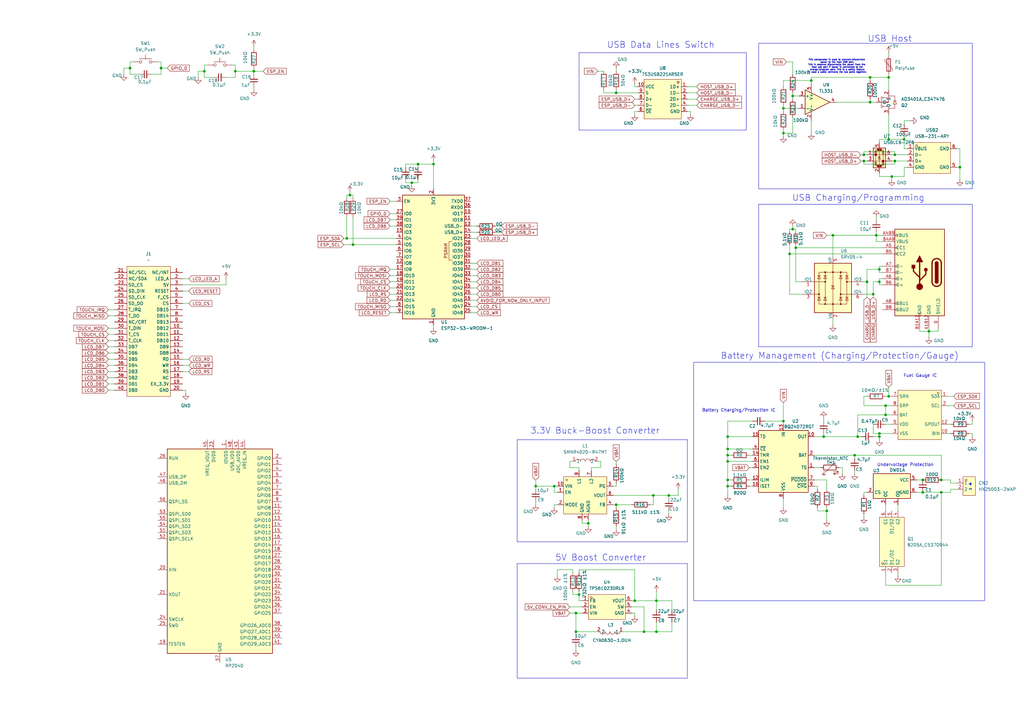
<source format=kicad_sch>
(kicad_sch (version 20250114) (generator "eeschema") (generator_version "9.0")
  (paper "A3")
  (rectangle (start 212.09 180.34) (end 281.94 222.25))
  (rectangle (start 237.49 21.59) (end 306.07 53.34))
  (rectangle (start 212.09 231.14) (end 281.94 278.13))
  (rectangle (start 311.15 17.78) (end 398.78 77.47))
  (rectangle (start 311.15 83.82) (end 398.78 142.24))
  (rectangle (start 284.48 148.59) (end 403.86 246.38))
  (text "Battery Management (Charging/Protection/Gauge)" (at 344.424 146.05 0) (effects (font (size 2.54 2.54))))
  (text "+\n-" (at 398.018 199.644 0) (effects (font (size 1.27 1.27) (thickness 0.3175))))
  (text "5V Boost Converter\n" (at 246.38 228.854 0) (effects (font (size 2.54 2.54))))
  (text "This comparator is used to connect/disconnect \npower to the host USB port.\nThis in essence disconnects the power from the \nhost usb port if power is connected to the\ncharge/program port. This is a safety feature\nin case a cable connects the two ports together.\n" (at 343.408 27.178 0) (effects (font (size 0.635 0.635))))
  (text "3.3V Buck-Boost Converter\n" (at 244.094 176.784 0) (effects (font (size 2.54 2.54))))
  (text "Fuel Gauge IC" (at 377.444 154.178 0) (effects (font (size 1.27 1.27) (thickness 0.1588))))
  (text "USB Data Lines Switch" (at 271.018 18.542 0) (effects (font (size 2.54 2.54))))
  (text "USB Host" (at 364.998 16.002 0) (effects (font (size 2.54 2.54))))
  (text "USB Charging/Programming\n" (at 352.044 81.28 0) (effects (font (size 2.54 2.54))))
  (text "Battery Charging/Protection IC" (at 303.022 168.402 0) (effects (font (size 1.27 1.27) (thickness 0.1588))))
  (text "Undervoltage Protection" (at 371.348 190.754 0) (effects (font (size 1.27 1.27) (thickness 0.1588))))
  (junction (at 378.46 201.93))
  (junction (at 354.33 66.04))
  (junction (at 83.82 29.21))
  (junction (at 363.22 166.37))
  (junction (at 364.49 162.56))
  (junction (at 298.45 196.85))
  (junction (at 364.49 57.15))
  (junction (at 326.39 101.6))
  (junction (at 143.51 80.01))
  (junction (at 356.87 41.91))
  (junction (at 298.45 186.69))
  (junction (at 337.82 179.07))
  (junction (at 104.14 29.21))
  (junction (at 236.22 259.08))
  (junction (at 227.33 199.39))
  (junction (at 241.3 214.63))
  (junction (at 381 135.89))
  (junction (at 267.97 203.2))
  (junction (at 386.08 196.85))
  (junction (at 358.14 120.65))
  (junction (at 325.12 39.37))
  (junction (at 367.03 63.5))
  (junction (at 325.12 93.98))
  (junction (at 219.71 199.39))
  (junction (at 168.91 74.93))
  (junction (at 367.03 66.04))
  (junction (at 321.31 172.72))
  (junction (at 53.34 27.94))
  (junction (at 252.73 38.1))
  (junction (at 237.49 243.84))
  (junction (at 350.52 186.69))
  (junction (at 260.35 246.38))
  (junction (at 171.45 67.31))
  (junction (at 393.7 68.58))
  (junction (at 177.8 67.31))
  (junction (at 236.22 251.46))
  (junction (at 66.04 27.94))
  (junction (at 298.45 184.15))
  (junction (at 252.73 207.01))
  (junction (at 144.78 100.33))
  (junction (at 364.49 31.75))
  (junction (at 386.08 201.93))
  (junction (at 298.45 199.39))
  (junction (at 360.68 115.57))
  (junction (at 298.45 189.23))
  (junction (at 142.24 97.79))
  (junction (at 298.45 179.07))
  (junction (at 96.52 29.21))
  (junction (at 365.76 72.39))
  (junction (at 355.6 115.57))
  (junction (at 321.31 54.61))
  (junction (at 321.31 44.45))
  (junction (at 370.84 57.15))
  (junction (at 354.33 63.5))
  (junction (at 360.68 179.07))
  (junction (at 378.46 196.85))
  (junction (at 332.74 33.02))
  (junction (at 356.87 31.75))
  (junction (at 351.79 179.07))
  (junction (at 341.63 96.52))
  (junction (at 264.16 259.08))
  (junction (at 360.68 177.8))
  (junction (at 269.24 246.38))
  (junction (at 269.24 259.08))
  (junction (at 359.41 96.52))
  (junction (at 363.22 170.18))
  (junction (at 339.09 209.55))
  (junction (at 323.85 104.14))
  (junction (at 274.32 203.2))
  (junction (at 360.68 110.49))
  (wire (pts (xy 260.35 35.56) (xy 260.35 34.29)))
  (wire (pts (xy 228.6 233.68) (xy 234.95 233.68)))
  (wire (pts (xy 370.84 60.96) (xy 372.11 60.96)))
  (wire (pts (xy 359.41 88.9) (xy 359.41 90.17)))
  (wire (pts (xy 367.03 67.31) (xy 367.03 66.04)))
  (wire (pts (xy 386.08 186.69) (xy 386.08 196.85)))
  (wire (pts (xy 389.89 198.12) (xy 389.89 196.85)))
  (wire (pts (xy 355.6 115.57) (xy 355.6 110.49)))
  (wire (pts (xy 361.95 101.6) (xy 326.39 101.6)))
  (wire (pts (xy 234.95 189.23) (xy 233.68 189.23)))
  (wire (pts (xy 307.34 191.77) (xy 308.61 191.77)))
  (wire (pts (xy 246.38 191.77) (xy 242.57 191.77)))
  (wire (pts (xy 375.92 196.85) (xy 378.46 196.85)))
  (wire (pts (xy 386.08 196.85) (xy 389.89 196.85)))
  (wire (pts (xy 64.77 25.4) (xy 66.04 25.4)))
  (wire (pts (xy 325.12 54.61) (xy 321.31 54.61)))
  (wire (pts (xy 251.46 203.2) (xy 267.97 203.2)))
  (wire (pts (xy 313.69 172.72) (xy 321.31 172.72)))
  (wire (pts (xy 364.49 31.75) (xy 364.49 36.83)))
  (wire (pts (xy 177.8 133.35) (xy 177.8 134.62)))
  (wire (pts (xy 377.19 135.89) (xy 377.19 134.62)))
  (wire (pts (xy 219.71 199.39) (xy 219.71 200.66)))
  (wire (pts (xy 359.41 96.52) (xy 361.95 96.52)))
  (wire (pts (xy 341.63 133.35) (xy 341.63 130.81)))
  (wire (pts (xy 392.43 68.58) (xy 393.7 68.58)))
  (wire (pts (xy 275.59 259.08) (xy 269.24 259.08)))
  (wire (pts (xy 334.01 199.39) (xy 335.28 199.39)))
  (wire (pts (xy 350.52 186.69) (xy 350.52 187.96)))
  (wire (pts (xy 392.43 60.96) (xy 393.7 60.96)))
  (wire (pts (xy 96.52 26.67) (xy 96.52 29.21)))
  (wire (pts (xy 260.35 45.72) (xy 260.35 46.99)))
  (wire (pts (xy 381 135.89) (xy 381 138.43)))
  (wire (pts (xy 355.6 110.49) (xy 360.68 110.49)))
  (wire (pts (xy 341.63 96.52) (xy 341.63 105.41)))
  (wire (pts (xy 234.95 234.95) (xy 234.95 233.68)))
  (wire (pts (xy 57.15 30.48) (xy 53.34 30.48)))
  (wire (pts (xy 44.45 142.24) (xy 46.99 142.24)))
  (wire (pts (xy 350.52 193.04) (xy 350.52 194.31)))
  (wire (pts (xy 389.89 173.99) (xy 388.62 173.99)))
  (wire (pts (xy 360.68 71.12) (xy 360.68 72.39)))
  (wire (pts (xy 142.24 80.01) (xy 143.51 80.01)))
  (wire (pts (xy 142.24 97.79) (xy 162.56 97.79)))
  (wire (pts (xy 298.45 196.85) (xy 299.72 196.85)))
  (wire (pts (xy 354.33 210.82) (xy 354.33 212.09)))
  (wire (pts (xy 367.03 63.5) (xy 372.11 63.5)))
  (wire (pts (xy 337.82 179.07) (xy 351.79 179.07)))
  (wire (pts (xy 359.41 99.06) (xy 359.41 96.52)))
  (wire (pts (xy 339.09 196.85) (xy 339.09 200.66)))
  (wire (pts (xy 325.12 39.37) (xy 327.66 39.37)))
  (wire (pts (xy 228.6 201.93) (xy 227.33 201.93)))
  (wire (pts (xy 193.04 110.49) (xy 195.58 110.49)))
  (wire (pts (xy 140.97 100.33) (xy 144.78 100.33)))
  (wire (pts (xy 363.22 207.01) (xy 363.22 209.55)))
  (wire (pts (xy 339.09 96.52) (xy 341.63 96.52)))
  (wire (pts (xy 233.68 189.23) (xy 233.68 191.77)))
  (wire (pts (xy 44.45 152.4) (xy 46.99 152.4)))
  (wire (pts (xy 325.12 39.37) (xy 325.12 40.64)))
  (wire (pts (xy 44.45 139.7) (xy 46.99 139.7)))
  (wire (pts (xy 252.73 199.39) (xy 251.46 199.39)))
  (wire (pts (xy 104.14 35.56) (xy 104.14 36.83)))
  (wire (pts (xy 81.28 31.75) (xy 81.28 29.21)))
  (wire (pts (xy 365.76 72.39) (xy 370.84 72.39)))
  (wire (pts (xy 365.76 66.04) (xy 367.03 66.04)))
  (wire (pts (xy 308.61 172.72) (xy 298.45 172.72)))
  (wire (pts (xy 104.14 29.21) (xy 107.95 29.21)))
  (wire (pts (xy 260.35 40.64) (xy 261.62 40.64)))
  (wire (pts (xy 193.04 92.71) (xy 195.58 92.71)))
  (wire (pts (xy 344.17 191.77) (xy 345.44 191.77)))
  (wire (pts (xy 354.33 201.93) (xy 355.6 201.93)))
  (wire (pts (xy 44.45 154.94) (xy 46.99 154.94)))
  (wire (pts (xy 298.45 179.07) (xy 308.61 179.07)))
  (wire (pts (xy 160.02 87.63) (xy 162.56 87.63)))
  (wire (pts (xy 355.6 162.56) (xy 354.33 162.56)))
  (wire (pts (xy 236.22 259.08) (xy 245.11 259.08)))
  (wire (pts (xy 104.14 27.94) (xy 104.14 29.21)))
  (wire (pts (xy 360.68 110.49) (xy 360.68 111.76)))
  (wire (pts (xy 365.76 170.18) (xy 363.22 170.18)))
  (wire (pts (xy 332.74 33.02) (xy 332.74 34.29)))
  (wire (pts (xy 219.71 199.39) (xy 227.33 199.39)))
  (wire (pts (xy 171.45 73.66) (xy 171.45 74.93)))
  (wire (pts (xy 160.02 113.03) (xy 162.56 113.03)))
  (wire (pts (xy 364.49 30.48) (xy 364.49 31.75)))
  (wire (pts (xy 74.93 149.86) (xy 77.47 149.86)))
  (wire (pts (xy 326.39 95.25) (xy 326.39 93.98)))
  (wire (pts (xy 160.02 90.17) (xy 162.56 90.17)))
  (wire (pts (xy 227.33 207.01) (xy 227.33 208.28)))
  (wire (pts (xy 360.68 115.57) (xy 360.68 116.84)))
  (wire (pts (xy 381 135.89) (xy 377.19 135.89)))
  (wire (pts (xy 160.02 82.55) (xy 162.56 82.55)))
  (wire (pts (xy 358.14 115.57) (xy 360.68 115.57)))
  (wire (pts (xy 370.84 55.88) (xy 370.84 57.15)))
  (wire (pts (xy 354.33 66.04) (xy 355.6 66.04)))
  (wire (pts (xy 281.94 38.1) (xy 285.75 38.1)))
  (wire (pts (xy 252.73 198.12) (xy 252.73 199.39)))
  (wire (pts (xy 269.24 250.19) (xy 269.24 246.38)))
  (wire (pts (xy 76.2 160.02) (xy 76.2 161.29)))
  (wire (pts (xy 365.76 162.56) (xy 364.49 162.56)))
  (wire (pts (xy 398.78 172.72) (xy 398.78 173.99)))
  (wire (pts (xy 144.78 88.9) (xy 144.78 100.33)))
  (wire (pts (xy 274.32 209.55) (xy 274.32 210.82)))
  (wire (pts (xy 298.45 172.72) (xy 298.45 179.07)))
  (wire (pts (xy 74.93 152.4) (xy 77.47 152.4)))
  (wire (pts (xy 323.85 100.33) (xy 323.85 104.14)))
  (wire (pts (xy 298.45 186.69) (xy 298.45 189.23)))
  (wire (pts (xy 370.84 68.58) (xy 372.11 68.58)))
  (wire (pts (xy 360.68 179.07) (xy 360.68 177.8)))
  (wire (pts (xy 360.68 58.42) (xy 360.68 57.15)))
  (wire (pts (xy 92.71 116.84) (xy 92.71 114.3)))
  (wire (pts (xy 360.68 116.84) (xy 361.95 116.84)))
  (wire (pts (xy 236.22 265.43) (xy 236.22 266.7)))
  (wire (pts (xy 323.85 120.65) (xy 323.85 104.14)))
  (wire (pts (xy 298.45 184.15) (xy 298.45 186.69)))
  (wire (pts (xy 321.31 55.88) (xy 321.31 54.61)))
  (wire (pts (xy 353.06 63.5) (xy 354.33 63.5)))
  (wire (pts (xy 264.16 248.92) (xy 264.16 259.08)))
  (wire (pts (xy 307.34 196.85) (xy 308.61 196.85)))
  (wire (pts (xy 325.12 93.98) (xy 325.12 92.71)))
  (wire (pts (xy 335.28 209.55) (xy 339.09 209.55)))
  (wire (pts (xy 298.45 189.23) (xy 298.45 196.85)))
  (wire (pts (xy 252.73 27.94) (xy 252.73 29.21)))
  (wire (pts (xy 345.44 191.77) (xy 345.44 194.31)))
  (wire (pts (xy 355.6 115.57) (xy 355.6 121.92)))
  (wire (pts (xy 237.49 243.84) (xy 237.49 246.38)))
  (wire (pts (xy 193.04 107.95) (xy 195.58 107.95)))
  (wire (pts (xy 44.45 149.86) (xy 46.99 149.86)))
  (wire (pts (xy 275.59 255.27) (xy 275.59 259.08)))
  (wire (pts (xy 358.14 120.65) (xy 358.14 121.92)))
  (wire (pts (xy 261.62 35.56) (xy 260.35 35.56)))
  (wire (pts (xy 363.22 166.37) (xy 363.22 170.18)))
  (wire (pts (xy 228.6 236.22) (xy 228.6 233.68)))
  (wire (pts (xy 269.24 242.57) (xy 269.24 246.38)))
  (wire (pts (xy 228.6 207.01) (xy 227.33 207.01)))
  (wire (pts (xy 227.33 201.93) (xy 227.33 199.39)))
  (wire (pts (xy 321.31 44.45) (xy 327.66 44.45)))
  (wire (pts (xy 203.2 95.25) (xy 205.74 95.25)))
  (wire (pts (xy 83.82 26.67) (xy 85.09 26.67)))
  (wire (pts (xy 74.93 116.84) (xy 92.71 116.84)))
  (wire (pts (xy 246.38 189.23) (xy 246.38 191.77)))
  (wire (pts (xy 144.78 80.01) (xy 143.51 80.01)))
  (wire (pts (xy 389.89 201.93) (xy 386.08 201.93)))
  (wire (pts (xy 193.04 128.27) (xy 195.58 128.27)))
  (wire (pts (xy 266.7 207.01) (xy 267.97 207.01)))
  (wire (pts (xy 365.76 63.5) (xy 367.03 63.5)))
  (wire (pts (xy 66.04 25.4) (xy 66.04 27.94)))
  (wire (pts (xy 334.01 186.69) (xy 350.52 186.69)))
  (wire (pts (xy 354.33 166.37) (xy 354.33 162.56)))
  (wire (pts (xy 166.37 73.66) (xy 166.37 74.93)))
  (wire (pts (xy 337.82 171.45) (xy 337.82 172.72)))
  (wire (pts (xy 260.35 246.38) (xy 269.24 246.38)))
  (wire (pts (xy 259.08 248.92) (xy 264.16 248.92)))
  (wire (pts (xy 50.8 27.94) (xy 53.34 27.94)))
  (wire (pts (xy 242.57 191.77) (xy 242.57 193.04)))
  (wire (pts (xy 252.73 189.23) (xy 252.73 190.5)))
  (wire (pts (xy 360.68 177.8) (xy 358.14 177.8)))
  (wire (pts (xy 356.87 31.75) (xy 356.87 33.02)))
  (wire (pts (xy 278.13 203.2) (xy 278.13 200.66)))
  (wire (pts (xy 283.21 45.72) (xy 283.21 46.99)))
  (wire (pts (xy 323.85 95.25) (xy 323.85 93.98)))
  (wire (pts (xy 74.93 160.02) (xy 76.2 160.02)))
  (wire (pts (xy 50.8 30.48) (xy 50.8 27.94)))
  (wire (pts (xy 332.74 31.75) (xy 356.87 31.75)))
  (wire (pts (xy 337.82 177.8) (xy 337.82 179.07)))
  (wire (pts (xy 160.02 125.73) (xy 162.56 125.73)))
  (wire (pts (xy 339.09 208.28) (xy 339.09 209.55)))
  (wire (pts (xy 321.31 53.34) (xy 321.31 54.61)))
  (wire (pts (xy 160.02 128.27) (xy 162.56 128.27)))
  (wire (pts (xy 219.71 196.85) (xy 219.71 199.39)))
  (wire (pts (xy 87.63 31.75) (xy 83.82 31.75)))
  (wire (pts (xy 334.01 179.07) (xy 337.82 179.07)))
  (wire (pts (xy 233.68 251.46) (xy 236.22 251.46)))
  (wire (pts (xy 360.68 111.76) (xy 361.95 111.76)))
  (wire (pts (xy 168.91 74.93) (xy 168.91 76.2)))
  (wire (pts (xy 96.52 31.75) (xy 92.71 31.75)))
  (wire (pts (xy 363.22 240.03) (xy 386.08 240.03)))
  (wire (pts (xy 373.38 49.53) (xy 370.84 49.53)))
  (wire (pts (xy 274.32 203.2) (xy 274.32 204.47)))
  (wire (pts (xy 143.51 80.01) (xy 143.51 78.74)))
  (wire (pts (xy 298.45 199.39) (xy 298.45 203.2)))
  (wire (pts (xy 354.33 67.31) (xy 367.03 67.31)))
  (wire (pts (xy 298.45 184.15) (xy 308.61 184.15)))
  (wire (pts (xy 321.31 35.56) (xy 321.31 33.02)))
  (wire (pts (xy 261.62 45.72) (xy 260.35 45.72)))
  (wire (pts (xy 325.12 25.4) (xy 325.12 30.48)))
  (wire (pts (xy 363.22 166.37) (xy 354.33 166.37)))
  (wire (pts (xy 267.97 207.01) (xy 267.97 203.2)))
  (wire (pts (xy 367.03 66.04) (xy 372.11 66.04)))
  (wire (pts (xy 392.43 198.12) (xy 389.89 198.12)))
  (wire (pts (xy 323.85 93.98) (xy 325.12 93.98)))
  (wire (pts (xy 171.45 67.31) (xy 177.8 67.31)))
  (wire (pts (xy 252.73 38.1) (xy 252.73 36.83)))
  (wire (pts (xy 364.49 21.59) (xy 364.49 22.86)))
  (wire (pts (xy 44.45 157.48) (xy 46.99 157.48)))
  (wire (pts (xy 260.35 233.68) (xy 237.49 233.68)))
  (wire (pts (xy 358.14 179.07) (xy 360.68 179.07)))
  (wire (pts (xy 166.37 67.31) (xy 171.45 67.31)))
  (wire (pts (xy 360.68 57.15) (xy 364.49 57.15)))
  (wire (pts (xy 193.04 95.25) (xy 195.58 95.25)))
  (wire (pts (xy 356.87 41.91) (xy 359.41 41.91)))
  (wire (pts (xy 321.31 172.72) (xy 321.31 173.99)))
  (wire (pts (xy 233.68 248.92) (xy 238.76 248.92)))
  (wire (pts (xy 53.34 30.48) (xy 53.34 27.94)))
  (wire (pts (xy 339.09 209.55) (xy 339.09 213.36)))
  (wire (pts (xy 278.13 203.2) (xy 274.32 203.2)))
  (wire (pts (xy 323.85 104.14) (xy 361.95 104.14)))
  (wire (pts (xy 365.76 72.39) (xy 365.76 73.66)))
  (wire (pts (xy 321.31 44.45) (xy 321.31 45.72)))
  (wire (pts (xy 171.45 67.31) (xy 171.45 68.58)))
  (wire (pts (xy 354.33 115.57) (xy 355.6 115.57)))
  (wire (pts (xy 342.9 41.91) (xy 356.87 41.91)))
  (wire (pts (xy 252.73 207.01) (xy 252.73 208.28)))
  (wire (pts (xy 321.31 33.02) (xy 332.74 33.02)))
  (wire (pts (xy 354.33 63.5) (xy 355.6 63.5)))
  (wire (pts (xy 326.39 93.98) (xy 325.12 93.98)))
  (wire (pts (xy 193.04 115.57) (xy 195.58 115.57)))
  (wire (pts (xy 386.08 240.03) (xy 386.08 201.93)))
  (wire (pts (xy 334.01 191.77) (xy 336.55 191.77)))
  (wire (pts (xy 264.16 259.08) (xy 255.27 259.08)))
  (wire (pts (xy 274.32 203.2) (xy 267.97 203.2)))
  (wire (pts (xy 332.74 49.53) (xy 332.74 54.61)))
  (wire (pts (xy 391.16 166.37) (xy 388.62 166.37)))
  (wire (pts (xy 341.63 96.52) (xy 359.41 96.52)))
  (wire (pts (xy 144.78 100.33) (xy 162.56 100.33)))
  (wire (pts (xy 361.95 99.06) (xy 359.41 99.06)))
  (wire (pts (xy 44.45 144.78) (xy 46.99 144.78)))
  (wire (pts (xy 356.87 40.64) (xy 356.87 41.91)))
  (wire (pts (xy 193.04 118.11) (xy 195.58 118.11)))
  (wire (pts (xy 83.82 29.21) (xy 83.82 26.67)))
  (wire (pts (xy 66.04 27.94) (xy 68.58 27.94)))
  (wire (pts (xy 234.95 242.57) (xy 234.95 243.84)))
  (wire (pts (xy 321.31 43.18) (xy 321.31 44.45)))
  (wire (pts (xy 298.45 189.23) (xy 308.61 189.23)))
  (wire (pts (xy 322.58 25.4) (xy 325.12 25.4)))
  (wire (pts (xy 44.45 129.54) (xy 46.99 129.54)))
  (wire (pts (xy 358.14 177.8) (xy 358.14 173.99)))
  (wire (pts (xy 365.76 177.8) (xy 360.68 177.8)))
  (wire (pts (xy 298.45 179.07) (xy 298.45 184.15)))
  (wire (pts (xy 160.02 123.19) (xy 162.56 123.19)))
  (wire (pts (xy 367.03 62.23) (xy 367.03 63.5)))
  (wire (pts (xy 269.24 246.38) (xy 275.59 246.38)))
  (wire (pts (xy 370.84 57.15) (xy 370.84 60.96)))
  (wire (pts (xy 269.24 255.27) (xy 269.24 259.08)))
  (wire (pts (xy 332.74 33.02) (xy 332.74 31.75)))
  (wire (pts (xy 236.22 251.46) (xy 238.76 251.46)))
  (wire (pts (xy 193.04 120.65) (xy 195.58 120.65)))
  (wire (pts (xy 96.52 29.21) (xy 96.52 31.75)))
  (wire (pts (xy 160.02 92.71) (xy 162.56 92.71)))
  (wire (pts (xy 307.34 199.39) (xy 308.61 199.39)))
  (wire (pts (xy 398.78 177.8) (xy 398.78 179.07)))
  (wire (pts (xy 177.8 66.04) (xy 177.8 67.31)))
  (wire (pts (xy 81.28 29.21) (xy 83.82 29.21)))
  (wire (pts (xy 351.79 179.07) (xy 351.79 170.18)))
  (wire (pts (xy 53.34 27.94) (xy 53.34 25.4)))
  (wire (pts (xy 142.24 88.9) (xy 142.24 97.79)))
  (wire (pts (xy 354.33 120.65) (xy 358.14 120.65)))
  (wire (pts (xy 252.73 215.9) (xy 252.73 217.17)))
  (wire (pts (xy 356.87 31.75) (xy 364.49 31.75)))
  (wire (pts (xy 298.45 199.39) (xy 299.72 199.39)))
  (wire (pts (xy 168.91 74.93) (xy 171.45 74.93)))
  (wire (pts (xy 241.3 214.63) (xy 238.76 214.63)))
  (wire (pts (xy 234.95 243.84) (xy 237.49 243.84)))
  (wire (pts (xy 328.93 120.65) (xy 323.85 120.65)))
  (wire (pts (xy 53.34 25.4) (xy 54.61 25.4)))
  (wire (pts (xy 83.82 31.75) (xy 83.82 29.21)))
  (wire (pts (xy 160.02 115.57) (xy 162.56 115.57)))
  (wire (pts (xy 364.49 162.56) (xy 363.22 162.56)))
  (wire (pts (xy 360.68 109.22) (xy 360.68 110.49)))
  (wire (pts (xy 325.12 48.26) (xy 325.12 54.61)))
  (wire (pts (xy 74.93 147.32) (xy 77.47 147.32)))
  (wire (pts (xy 389.89 177.8) (xy 388.62 177.8)))
  (wire (pts (xy 238.76 213.36) (xy 238.76 214.63)))
  (wire (pts (xy 335.28 208.28) (xy 335.28 209.55)))
  (wire (pts (xy 74.93 119.38) (xy 77.47 119.38)))
  (wire (pts (xy 238.76 246.38) (xy 237.49 246.38)))
  (wire (pts (xy 166.37 74.93) (xy 168.91 74.93)))
  (wire (pts (xy 321.31 165.1) (xy 321.31 172.72)))
  (wire (pts (xy 370.84 72.39) (xy 370.84 68.58)))
  (wire (pts (xy 354.33 201.93) (xy 354.33 203.2)))
  (wire (pts (xy 392.43 200.66) (xy 389.89 200.66)))
  (wire (pts (xy 358.14 115.57) (xy 358.14 120.65)))
  (wire (pts (xy 260.35 233.68) (xy 260.35 246.38)))
  (wire (pts (xy 281.94 40.64) (xy 285.75 40.64)))
  (wire (pts (xy 236.22 251.46) (xy 236.22 259.08)))
  (wire (pts (xy 233.68 191.77) (xy 237.49 191.77)))
  (wire (pts (xy 334.01 196.85) (xy 339.09 196.85)))
  (wire (pts (xy 236.22 259.08) (xy 236.22 260.35)))
  (wire (pts (xy 281.94 45.72) (xy 283.21 45.72)))
  (wire (pts (xy 160.02 118.11) (xy 162.56 118.11)))
  (wire (pts (xy 237.49 233.68) (xy 237.49 234.95)))
  (wire (pts (xy 364.49 46.99) (xy 364.49 57.15)))
  (wire (pts (xy 326.39 115.57) (xy 326.39 101.6)))
  (wire (pts (xy 140.97 97.79) (xy 142.24 97.79)))
  (wire (pts (xy 359.41 95.25) (xy 359.41 96.52)))
  (wire (pts (xy 241.3 213.36) (xy 241.3 214.63)))
  (wire (pts (xy 193.04 113.03) (xy 195.58 113.03)))
  (wire (pts (xy 378.46 201.93) (xy 386.08 201.93)))
  (wire (pts (xy 368.3 207.01) (xy 368.3 209.55)))
  (wire (pts (xy 360.68 114.3) (xy 360.68 115.57)))
  (wire (pts (xy 160.02 110.49) (xy 162.56 110.49)))
  (wire (pts (xy 326.39 100.33) (xy 326.39 101.6)))
  (wire (pts (xy 363.22 240.03) (xy 363.22 234.95)))
  (wire (pts (xy 203.2 92.71) (xy 205.74 92.71)))
  (wire (pts (xy 44.45 137.16) (xy 46.99 137.16)))
  (wire (pts (xy 219.71 205.74) (xy 219.71 207.01)))
  (wire (pts (xy 354.33 63.5) (xy 354.33 62.23)))
  (wire (pts (xy 281.94 43.18) (xy 285.75 43.18)))
  (wire (pts (xy 360.68 180.34) (xy 360.68 179.07)))
  (wire (pts (xy 384.81 135.89) (xy 384.81 134.62)))
  (wire (pts (xy 393.7 60.96) (xy 393.7 68.58)))
  (wire (pts (xy 353.06 66.04) (xy 354.33 66.04)))
  (wire (pts (xy 298.45 196.85) (xy 298.45 199.39)))
  (wire (pts (xy 142.24 81.28) (xy 142.24 80.01)))
  (wire (pts (xy 193.04 125.73) (xy 195.58 125.73)))
  (wire (pts (xy 95.25 26.67) (xy 96.52 26.67)))
  (wire (pts (xy 354.33 66.04) (xy 354.33 67.31)))
  (wire (pts (xy 74.93 124.46) (xy 77.47 124.46)))
  (wire (pts (xy 368.3 234.95) (xy 368.3 236.22)))
  (wire (pts (xy 247.65 36.83) (xy 247.65 38.1)))
  (wire (pts (xy 44.45 160.02) (xy 46.99 160.02)))
  (wire (pts (xy 321.31 204.47) (xy 321.31 208.28)))
  (wire (pts (xy 381 135.89) (xy 384.81 135.89)))
  (wire (pts (xy 237.49 191.77) (xy 237.49 193.04)))
  (wire (pts (xy 381 135.89) (xy 381 134.62)))
  (wire (pts (xy 177.8 67.31) (xy 177.8 77.47)))
  (wire (pts (xy 259.08 246.38) (xy 260.35 246.38)))
  (wire (pts (xy 237.49 243.84) (xy 237.49 242.57)))
  (wire (pts (xy 160.02 120.65) (xy 162.56 120.65)))
  (wire (pts (xy 44.45 134.62) (xy 46.99 134.62)))
  (wire (pts (xy 364.49 158.75) (xy 364.49 162.56)))
  (wire (pts (xy 281.94 35.56) (xy 285.75 35.56)))
  (wire (pts (xy 325.12 38.1) (xy 325.12 39.37)))
  (wire (pts (xy 241.3 215.9) (xy 241.3 214.63)))
  (wire (pts (xy 360.68 72.39) (xy 365.76 72.39)))
  (wire (pts (xy 166.37 68.58) (xy 166.37 67.31)))
  (wire (pts (xy 353.06 179.07) (xy 351.79 179.07)))
  (wire (pts (xy 275.59 250.19) (xy 275.59 246.38)))
  (wire (pts (xy 389.89 200.66) (xy 389.89 201.93)))
  (wire (pts (xy 391.16 162.56) (xy 388.62 162.56)))
  (wire (pts (xy 104.14 29.21) (xy 104.14 30.48)))
  (wire (pts (xy 144.78 80.01) (xy 144.78 81.28)))
  (wire (pts (xy 264.16 259.08) (xy 269.24 259.08)))
  (wire (pts (xy 351.79 170.18) (xy 363.22 170.18)))
  (wire (pts (xy 104.14 19.05) (xy 104.14 20.32)))
  (wire (pts (xy 44.45 127) (xy 46.99 127)))
  (wire (pts (xy 335.28 199.39) (xy 335.28 200.66)))
  (wire (pts (xy 298.45 186.69) (xy 299.72 186.69)))
  (wire (pts (xy 365.76 166.37) (xy 363.22 166.37)))
  (wire (pts (xy 193.04 97.79) (xy 195.58 97.79)))
  (wire (pts (xy 370.84 49.53) (xy 370.84 50.8)))
  (wire (pts (xy 193.04 123.19) (xy 195.58 123.19)))
  (wire (pts (xy 247.65 38.1) (xy 252.73 38.1)))
  (wire (pts (xy 251.46 207.01) (xy 252.73 207.01)))
  (wire (pts (xy 252.73 38.1) (xy 261.62 38.1)))
  (wire (pts (xy 245.11 29.21) (xy 247.65 29.21)))
  (wire (pts (xy 364.49 57.15) (xy 370.84 57.15)))
  (wire (pts (xy 350.52 186.69) (xy 386.08 186.69)))
  (wire (pts (xy 354.33 62.23) (xy 367.03 62.23)))
  (wire (pts (xy 365.76 173.99) (xy 363.22 173.99)))
  (wire (pts (xy 245.11 189.23) (xy 246.38 189.23)))
  (wire (pts (xy 307.34 186.69) (xy 308.61 186.69)))
  (wire (pts (xy 375.92 201.93) (xy 378.46 201.93)))
  (wire (pts (xy 66.04 27.94) (xy 66.04 30.48)))
  (wire (pts (xy 393.7 68.58) (xy 393.7 73.66)))
  (wire (pts (xy 227.33 199.39) (xy 228.6 199.39)))
  (wire (pts (xy 252.73 207.01) (xy 259.08 207.01)))
  (wire (pts (xy 398.78 173.99) (xy 397.51 173.99)))
  (wire (pts (xy 96.52 29.21) (xy 104.14 29.21)))
  (wire (pts (xy 260.35 251.46) (xy 260.35 252.73)))
  (wire (pts (xy 361.95 109.22) (xy 360.68 109.22)))
  (wire (pts (xy 397.51 177.8) (xy 398.78 177.8)))
  (wire (pts (xy 44.45 147.32) (xy 46.99 147.32)))
  (wire (pts (xy 74.93 114.3) (xy 77.47 114.3)))
  (wire (pts (xy 259.08 251.46) (xy 260.35 251.46)))
  (wire (pts (xy 361.95 114.3) (xy 360.68 114.3)))
  (wire (pts (xy 66.04 30.48) (xy 62.23 30.48)))
  (wire (pts (xy 328.93 115.57) (xy 326.39 115.57)))
  (wire (pts (xy 260.35 43.18) (xy 261.62 43.18)))
  (global_label "LCD_CS" (shape input) (at 195.58 125.73 0) (property "Intersheetrefs" "${INTERSHEET_REFS}" (effects (hide yes))))
  (global_label "LCD_DB3" (shape input) (at 44.45 152.4 180) (property "Intersheetrefs" "${INTERSHEET_REFS}" (effects (hide yes))))
  (global_label "TOUCH_MOSI" (shape input) (at 160.02 113.03 180) (property "Intersheetrefs" "${INTERSHEET_REFS}" (effects (hide yes))))
  (global_label "LCD_DB1" (shape input) (at 195.58 107.95 0) (property "Intersheetrefs" "${INTERSHEET_REFS}" (effects (hide yes))))
  (global_label "LCD_DB0" (shape input) (at 44.45 160.02 180) (property "Intersheetrefs" "${INTERSHEET_REFS}" (effects (hide yes))))
  (global_label "LCD_DB5" (shape input) (at 195.58 118.11 0) (property "Intersheetrefs" "${INTERSHEET_REFS}" (effects (hide yes))))
  (global_label "TOUCH_CLK" (shape input) (at 160.02 118.11 180) (property "Intersheetrefs" "${INTERSHEET_REFS}" (effects (hide yes))))
  (global_label "ESP_SCL" (shape input) (at 140.97 100.33 180) (property "Intersheetrefs" "${INTERSHEET_REFS}" (effects (hide yes))))
  (global_label "GPIO_0" (shape input) (at 68.58 27.94 0) (property "Intersheetrefs" "${INTERSHEET_REFS}" (effects (hide yes))))
  (global_label "LCD_DB5" (shape input) (at 44.45 147.32 180) (property "Intersheetrefs" "${INTERSHEET_REFS}" (effects (hide yes))))
  (global_label "LCD_DB0" (shape input) (at 195.58 120.65 0) (property "Intersheetrefs" "${INTERSHEET_REFS}" (effects (hide yes))))
  (global_label "LCD_RS" (shape input) (at 160.02 120.65 180) (property "Intersheetrefs" "${INTERSHEET_REFS}" (effects (hide yes))))
  (global_label "TOUCH_IRQ" (shape input) (at 160.02 110.49 180) (property "Intersheetrefs" "${INTERSHEET_REFS}" (effects (hide yes))))
  (global_label "CHARGE_USB_D+" (shape input) (at 285.75 40.64 0) (property "Intersheetrefs" "${INTERSHEET_REFS}" (effects (hide yes))))
  (global_label "AVOID_FOR_NOW_ONLY_INPUT" (shape input) (at 195.58 123.19 0) (property "Intersheetrefs" "${INTERSHEET_REFS}" (effects (hide yes))))
  (global_label "LCD_RS" (shape input) (at 77.47 152.4 0) (property "Intersheetrefs" "${INTERSHEET_REFS}" (effects (hide yes))))
  (global_label "LCD_DB6" (shape input) (at 44.45 144.78 180) (property "Intersheetrefs" "${INTERSHEET_REFS}" (effects (hide yes))))
  (global_label "ESP_USB_D+" (shape input) (at 260.35 40.64 180) (property "Intersheetrefs" "${INTERSHEET_REFS}" (effects (hide yes))))
  (global_label "VBAT" (shape input) (at 307.34 191.77 180) (property "Intersheetrefs" "${INTERSHEET_REFS}" (effects (hide yes))))
  (global_label "LCD_LED_A" (shape input) (at 195.58 97.79 0) (property "Intersheetrefs" "${INTERSHEET_REFS}" (effects (hide yes))))
  (global_label "LCD_DB3" (shape input) (at 195.58 113.03 0) (property "Intersheetrefs" "${INTERSHEET_REFS}" (effects (hide yes))))
  (global_label "LCD_DB7" (shape input) (at 44.45 142.24 180) (property "Intersheetrefs" "${INTERSHEET_REFS}" (effects (hide yes))))
  (global_label "LCD_LED_A" (shape input) (at 77.47 114.3 0) (property "Intersheetrefs" "${INTERSHEET_REFS}" (effects (hide yes))))
  (global_label "LCD_DB2" (shape input) (at 195.58 110.49 0) (property "Intersheetrefs" "${INTERSHEET_REFS}" (effects (hide yes))))
  (global_label "VIN" (shape input) (at 321.31 165.1 90) (property "Intersheetrefs" "${INTERSHEET_REFS}" (effects (hide yes))))
  (global_label "LCD_RD" (shape input) (at 77.47 147.32 0) (property "Intersheetrefs" "${INTERSHEET_REFS}" (effects (hide yes))))
  (global_label "TOUCH_CLK" (shape input) (at 44.45 139.7 180) (property "Intersheetrefs" "${INTERSHEET_REFS}" (effects (hide yes))))
  (global_label "ESP_SDA" (shape input) (at 391.16 162.56 0) (property "Intersheetrefs" "${INTERSHEET_REFS}" (effects (hide yes))))
  (global_label "LCD_DB6" (shape input) (at 160.02 92.71 180) (property "Intersheetrefs" "${INTERSHEET_REFS}" (effects (hide yes))))
  (global_label "LCD_WR" (shape input) (at 77.47 149.86 0) (property "Intersheetrefs" "${INTERSHEET_REFS}" (effects (hide yes))))
  (global_label "LCD_DB1" (shape input) (at 44.45 157.48 180) (property "Intersheetrefs" "${INTERSHEET_REFS}" (effects (hide yes))))
  (global_label "VIN" (shape input) (at 322.58 25.4 180) (property "Intersheetrefs" "${INTERSHEET_REFS}" (effects (hide yes))))
  (global_label "5V_CONV_EN_PIN" (shape input) (at 233.68 248.92 180) (property "Intersheetrefs" "${INTERSHEET_REFS}" (effects (hide yes))))
  (global_label "GPIO_0" (shape input) (at 160.02 87.63 180) (property "Intersheetrefs" "${INTERSHEET_REFS}" (effects (hide yes))))
  (global_label "ESP_USB_D-" (shape input) (at 205.74 92.71 0) (property "Intersheetrefs" "${INTERSHEET_REFS}" (effects (hide yes))))
  (global_label "LCD_DB7" (shape input) (at 160.02 90.17 180) (property "Intersheetrefs" "${INTERSHEET_REFS}" (effects (hide yes))))
  (global_label "HOST_USB_D+" (shape input) (at 285.75 35.56 0) (property "Intersheetrefs" "${INTERSHEET_REFS}" (effects (hide yes))))
  (global_label "CHARGE_USB_D-" (shape input) (at 285.75 43.18 0) (property "Intersheetrefs" "${INTERSHEET_REFS}" (effects (hide yes))))
  (global_label "TOUCH_CS" (shape input) (at 160.02 115.57 180) (property "Intersheetrefs" "${INTERSHEET_REFS}" (effects (hide yes))))
  (global_label "VIN" (shape input) (at 245.11 29.21 180) (property "Intersheetrefs" "${INTERSHEET_REFS}" (effects (hide yes))))
  (global_label "CHARGE_USB_D+" (shape input) (at 358.14 121.92 270) (property "Intersheetrefs" "${INTERSHEET_REFS}" (effects (hide yes))))
  (global_label "LCD_RD" (shape input) (at 160.02 123.19 180) (property "Intersheetrefs" "${INTERSHEET_REFS}" (effects (hide yes))))
  (global_label "ESP_EN" (shape input) (at 160.02 82.55 180) (property "Intersheetrefs" "${INTERSHEET_REFS}" (effects (hide yes))))
  (global_label "HOST_USB_D+" (shape input) (at 353.06 66.04 180) (property "Intersheetrefs" "${INTERSHEET_REFS}" (effects (hide yes))))
  (global_label "ESP_SCL" (shape input) (at 391.16 166.37 0) (property "Intersheetrefs" "${INTERSHEET_REFS}" (effects (hide yes))))
  (global_label "CHARGE_USB_D-" (shape input) (at 355.6 121.92 270) (property "Intersheetrefs" "${INTERSHEET_REFS}" (effects (hide yes))))
  (global_label "VBAT" (shape input) (at 252.73 189.23 90) (property "Intersheetrefs" "${INTERSHEET_REFS}" (effects (hide yes))))
  (global_label "ESP_EN" (shape input) (at 107.95 29.21 0) (property "Intersheetrefs" "${INTERSHEET_REFS}" (effects (hide yes))))
  (global_label "HOST_USB_D-" (shape input) (at 285.75 38.1 0) (property "Intersheetrefs" "${INTERSHEET_REFS}" (effects (hide yes))))
  (global_label "TOUCH_MOSI" (shape input) (at 44.45 134.62 180) (property "Intersheetrefs" "${INTERSHEET_REFS}" (effects (hide yes))))
  (global_label "VBAT" (shape input) (at 233.68 251.46 180) (property "Intersheetrefs" "${INTERSHEET_REFS}" (effects (hide yes))))
  (global_label "LCD_DB2" (shape input) (at 44.45 154.94 180) (property "Intersheetrefs" "${INTERSHEET_REFS}" (effects (hide yes))))
  (global_label "ESP_USB_D-" (shape input) (at 260.35 43.18 180) (property "Intersheetrefs" "${INTERSHEET_REFS}" (effects (hide yes))))
  (global_label "VIN" (shape input) (at 339.09 96.52 180) (property "Intersheetrefs" "${INTERSHEET_REFS}" (effects (hide yes))))
  (global_label "LCD_RESET" (shape input) (at 160.02 128.27 180) (property "Intersheetrefs" "${INTERSHEET_REFS}" (effects (hide yes))))
  (global_label "LCD_DB4" (shape input) (at 195.58 115.57 0) (property "Intersheetrefs" "${INTERSHEET_REFS}" (effects (hide yes))))
  (global_label "VBAT" (shape input) (at 219.71 196.85 90) (property "Intersheetrefs" "${INTERSHEET_REFS}" (effects (hide yes))))
  (global_label "LCD_WR" (shape input) (at 195.58 128.27 0) (property "Intersheetrefs" "${INTERSHEET_REFS}" (effects (hide yes))))
  (global_label "TOUCH_MISO" (shape input) (at 160.02 125.73 180) (property "Intersheetrefs" "${INTERSHEET_REFS}" (effects (hide yes))))
  (global_label "LCD_CS" (shape input) (at 77.47 124.46 0) (property "Intersheetrefs" "${INTERSHEET_REFS}" (effects (hide yes))))
  (global_label "ESP_USB_D+" (shape input) (at 205.74 95.25 0) (property "Intersheetrefs" "${INTERSHEET_REFS}" (effects (hide yes))))
  (global_label "TOUCH_IRQ" (shape input) (at 44.45 127 180) (property "Intersheetrefs" "${INTERSHEET_REFS}" (effects (hide yes))))
  (global_label "TOUCH_CS" (shape input) (at 44.45 137.16 180) (property "Intersheetrefs" "${INTERSHEET_REFS}" (effects (hide yes))))
  (global_label "LCD_RESET" (shape input) (at 77.47 119.38 0) (property "Intersheetrefs" "${INTERSHEET_REFS}" (effects (hide yes))))
  (global_label "VBAT" (shape input) (at 364.49 158.75 90) (property "Intersheetrefs" "${INTERSHEET_REFS}" (effects (hide yes))))
  (global_label "LCD_DB4" (shape input) (at 44.45 149.86 180) (property "Intersheetrefs" "${INTERSHEET_REFS}" (effects (hide yes))))
  (global_label "ESP_SDA" (shape input) (at 140.97 97.79 180) (property "Intersheetrefs" "${INTERSHEET_REFS}" (effects (hide yes))))
  (global_label "HOST_USB_D-" (shape input) (at 353.06 63.5 180) (property "Intersheetrefs" "${INTERSHEET_REFS}" (effects (hide yes))))
  (global_label "TOUCH_MISO" (shape input) (at 44.45 129.54 180) (property "Intersheetrefs" "${INTERSHEET_REFS}" (effects (hide yes))))
  (symbol (lib_id "parts:TS3USB221ARSER") (at 271.78 40.64 0) (mirror y) (unit 1)
    (property "Reference" "U8" (at 271.78 27.94 0))
    (property "Value" "TS3USB221ARSER" (at 271.78 30.48 0))
    (property "Footprint" "parts:UQFN-10_L2.0-W1.5-P0.50-BL" (effects (hide yes)))
    (property "Datasheet" "https://lcsc.com/product-detail/USB_TI_TS3USB221ARSER_TS3USB221ARSER_C128396.html" (effects (hide yes)))
    (property "LCSC Part" "C128396" (effects (hide yes)))
  )
  (symbol (lib_id "power:GND") (at 76.2 161.29 0) (unit 1)
    (property "Reference" "#PWR045" (effects (hide yes)))
    (property "Value" "GND" (at 76.2 166.37 0))
    (property "Description" "Power symbol creates a global label with name \"GND\" , ground" (effects (hide yes)))
  )
  (symbol (lib_id "power:GND") (at 228.6 236.22 0) (unit 1)
    (property "Reference" "#PWR019" (effects (hide yes)))
    (property "Value" "GND" (at 228.6 241.3 0))
    (property "Description" "Power symbol creates a global label with name \"GND\" , ground" (effects (hide yes)))
  )
  (symbol (lib_id "power:GND") (at 50.8 30.48 0) (unit 1)
    (property "Reference" "#PWR041" (effects (hide yes)))
    (property "Value" "GND" (at 48.006 30.988 0))
    (property "Description" "Power symbol creates a global label with name \"GND\" , ground" (effects (hide yes)))
  )
  (symbol (lib_id "power:GND") (at 252.73 217.17 0) (unit 1)
    (property "Reference" "#PWR023" (effects (hide yes)))
    (property "Value" "GND" (at 249.682 219.964 0))
    (property "Description" "Power symbol creates a global label with name \"GND\" , ground" (effects (hide yes)))
  )
  (symbol (lib_name "TPS63802DLAR_1") (lib_id "parts:TPS63802DLAR") (at 240.03 203.2 0) (unit 1)
    (property "Reference" "U10" (effects (hide yes)))
    (property "Value" "TPS63802DLAR" (effects (hide yes)))
    (property "Footprint" "parts:VSON-10_L3.0-W2.0-P0.50-TL" (effects (hide yes)))
    (property "LCSC Part" "C2845237" (effects (hide yes)))
  )
  (symbol (lib_id "power:GND") (at 360.68 180.34 0) (mirror y) (unit 1)
    (property "Reference" "#PWR09" (effects (hide yes)))
    (property "Value" "GND" (at 360.68 185.42 0))
    (property "Description" "Power symbol creates a global label with name \"GND\" , ground" (effects (hide yes)))
  )
  (symbol (lib_id "power:GND") (at 337.82 171.45 180) (unit 1)
    (property "Reference" "#PWR07" (effects (hide yes)))
    (property "Value" "GND" (at 337.82 166.37 0))
    (property "Description" "Power symbol creates a global label with name \"GND\" , ground" (effects (hide yes)))
  )
  (symbol (lib_id "Device:R") (at 354.33 207.01 180) (unit 1)
    (property "Reference" "R1" (at 354.33 206.756 90))
    (property "Value" "1kΩ" (at 356.616 207.01 90))
    (property "Footprint" "Resistor_SMD:R_0805_2012Metric_Pad1.20x1.40mm_HandSolder" (effects (hide yes)))
    (property "Description" "Resistor" (effects (hide yes)))
  )
  (symbol (lib_id "power:GND") (at 341.63 133.35 0) (mirror y) (unit 1)
    (property "Reference" "#PWR016" (effects (hide yes)))
    (property "Value" "GND" (at 341.63 138.43 0))
    (property "Description" "Power symbol creates a global label with name \"GND\" , ground" (effects (hide yes)))
  )
  (symbol (lib_id "power:GND") (at 332.74 54.61 0) (mirror y) (unit 1)
    (property "Reference" "#PWR035" (effects (hide yes)))
    (property "Value" "GND" (at 334.264 54.356 0) (effects (justify right)))
    (property "Description" "Power symbol creates a global label with name \"GND\" , ground" (effects (hide yes)))
  )
  (symbol (lib_id "power:GND") (at 368.3 236.22 0) (unit 1)
    (property "Reference" "#PWR01" (effects (hide yes)))
    (property "Value" "GND" (at 371.856 238.252 0))
    (property "Description" "Power symbol creates a global label with name \"GND\" , ground" (effects (hide yes)))
  )
  (symbol (lib_id "power:GND") (at 398.78 179.07 0) (mirror y) (unit 1)
    (property "Reference" "#PWR010" (effects (hide yes)))
    (property "Value" "GND" (at 398.78 184.15 0))
    (property "Description" "Power symbol creates a global label with name \"GND\" , ground" (effects (hide yes)))
  )
  (symbol (lib_id "Device:R_Small") (at 326.39 97.79 0) (unit 1)
    (property "Reference" "R10" (at 326.39 96.266 90) (effects (font (size 1.016 1.016)) (justify right)))
    (property "Value" "5.1kΩ" (at 321.818 95.25 90) (effects (justify right)))
    (property "Footprint" "Resistor_SMD:R_0805_2012Metric" (effects (hide yes)))
    (property "Description" "Resistor, small symbol" (effects (hide yes)))
  )
  (symbol (lib_id "Switch:SW_Push") (at 90.17 26.67 0) (unit 1)
    (property "Reference" "SW2" (at 90.17 19.05 0))
    (property "Value" "SW_Push" (at 90.17 21.59 0))
    (property "Description" "Push button switch, generic, two pins" (effects (hide yes)))
  )
  (symbol (lib_id "Device:C_Small") (at 166.37 71.12 0) (mirror x) (unit 1)
    (property "Reference" "C15" (at 163.322 69.596 0))
    (property "Value" "10μF" (at 163.068 72.898 0))
    (property "Footprint" "Capacitor_SMD:C_0805_2012Metric_Pad1.18x1.45mm_HandSolder" (effects (hide yes)))
    (property "Description" "Unpolarized capacitor, small symbol" (effects (hide yes)))
  )
  (symbol (lib_id "Device:R") (at 325.12 34.29 0) (mirror y) (unit 1)
    (property "Reference" "R24" (at 325.12 34.544 90))
    (property "Value" "100kΩ" (at 329.184 29.718 0))
    (property "Footprint" "Resistor_SMD:R_0805_2012Metric_Pad1.20x1.40mm_HandSolder" (effects (hide yes)))
    (property "Description" "Resistor" (effects (hide yes)))
  )
  (symbol (lib_id "Device:R") (at 303.53 199.39 90) (unit 1)
    (property "Reference" "R4" (at 303.276 199.39 90))
    (property "Value" "820Ω" (at 303.53 202.184 90))
    (property "Footprint" "Resistor_SMD:R_0805_2012Metric_Pad1.20x1.40mm_HandSolder" (effects (hide yes)))
    (property "Description" "Resistor" (effects (hide yes)))
  )
  (symbol (lib_id "Device:R") (at 335.28 204.47 180) (unit 1)
    (property "Reference" "R2" (at 335.28 204.216 90))
    (property "Value" "10kΩ" (at 333.248 204.724 90))
    (property "Footprint" "Resistor_SMD:R_0805_2012Metric_Pad1.20x1.40mm_HandSolder" (effects (hide yes)))
    (property "Description" "Resistor" (effects (hide yes)))
  )
  (symbol (lib_id "Device:R") (at 199.39 95.25 90) (unit 1)
    (property "Reference" "R26" (at 199.136 95.25 90))
    (property "Value" "0Ω" (at 204.47 94.488 90))
    (property "Footprint" "Resistor_SMD:R_0805_2012Metric_Pad1.20x1.40mm_HandSolder" (effects (hide yes)))
    (property "Description" "Resistor" (effects (hide yes)))
  )
  (symbol (lib_id "power:GND") (at 219.71 207.01 0) (unit 1)
    (property "Reference" "#PWR022" (effects (hide yes)))
    (property "Value" "GND" (at 216.662 209.804 0))
    (property "Description" "Power symbol creates a global label with name \"GND\" , ground" (effects (hide yes)))
  )
  (symbol (lib_id "Device:R") (at 359.41 162.56 270) (mirror x) (unit 1)
    (property "Reference" "R7" (at 359.41 162.56 90))
    (property "Value" "10mΩ/±1%" (at 358.902 160.02 90))
    (property "Footprint" "Resistor_SMD:R_1206_3216Metric_Pad1.30x1.75mm_HandSolder" (effects (hide yes)))
    (property "Description" "Resistor" (effects (hide yes)))
  )
  (symbol (lib_id "parts:USB-231-ARY") (at 382.27 66.04 0) (unit 1)
    (property "Reference" "USB2" (at 382.27 53.34 0))
    (property "Value" "USB-231-ARY" (at 382.27 55.88 0))
    (property "Footprint" "parts:USB-A-TH_USB-231-ARY" (effects (hide yes)))
    (property "Datasheet" "https://lcsc.com/product-detail/USB-Connectors_XUNPU-USB-231-ARY_C720525.html" (effects (hide yes)))
    (property "LCSC Part" "C720525" (effects (hide yes)))
  )
  (symbol (lib_id "Device:Polyfuse") (at 364.49 26.67 0) (unit 1)
    (property "Reference" "F1" (at 367.03 25.3999 0) (effects (justify left)))
    (property "Value" "Polyfuse" (at 367.03 27.9399 0) (effects (justify left)))
    (property "Footprint" "Resistor_SMD:R_0805_2012Metric_Pad1.20x1.40mm_HandSolder" (effects (hide yes)))
    (property "Description" "Resettable fuse, polymeric positive temperature coefficient" (effects (hide yes)))
    (property "LCSC ID" "C2843994" (effects (hide yes)))
  )
  (symbol (lib_id "RF_Module:ESP32-S3-WROOM-1") (at 177.8 105.41 0) (unit 1)
    (property "Reference" "U1" (at 180.848 132.08 0) (effects (justify left)))
    (property "Value" "ESP32-S3-WROOM-1" (at 180.848 134.62 0) (effects (justify left)))
    (property "Footprint" "RF_Module:ESP32-S3-WROOM-1" (effects (hide yes)))
    (property "Datasheet" "https://www.espressif.com/sites/default/files/documentation/esp32-s3-wroom-1_wroom-1u_datasheet_en.pdf" (effects (hide yes)))
    (property "Description" "RF Module, ESP32-S3 SoC, Wi-Fi 802.11b/g/n, Bluetooth, BLE, 32-bit, 3.3V, onboard antenna, SMD" (effects (hide yes)))
  )
  (symbol (lib_id "power:GND") (at 325.12 92.71 0) (mirror x) (unit 1)
    (property "Reference" "#PWR015" (effects (hide yes)))
    (property "Value" "GND" (at 330.454 92.456 0) (effects (justify right)))
    (property "Description" "Power symbol creates a global label with name \"GND\" , ground" (effects (hide yes)))
  )
  (symbol (lib_id "power:GND") (at 393.7 73.66 0) (mirror y) (unit 1)
    (property "Reference" "#PWR026" (effects (hide yes)))
    (property "Value" "GND" (at 397.764 74.93 0))
    (property "Description" "Power symbol creates a global label with name \"GND\" , ground" (effects (hide yes)))
  )
  (symbol (lib_id "power:+5V") (at 269.24 242.57 0) (unit 1)
    (property "Reference" "#PWR020" (effects (hide yes)))
    (property "Value" "+5V" (at 269.24 237.49 0))
    (property "Description" "Power symbol creates a global label with name \"+5V\"" (effects (hide yes)))
  )
  (symbol (lib_id "parts:8205A_C5370944") (at 365.76 222.25 90) (unit 1)
    (property "Reference" "Q1" (at 372.11 220.9799 90) (effects (justify right)))
    (property "Value" "8205A_C5370944" (at 372.11 223.5199 90) (effects (justify right)))
    (property "Footprint" "parts:SOT-23-6_L2.9-W1.6-P0.95-LS2.8-BR" (effects (hide yes)))
    (property "LCSC Part" "C5370944" (effects (hide yes)))
  )
  (symbol (lib_id "Device:C_Small") (at 104.14 33.02 0) (mirror x) (unit 1)
    (property "Reference" "C16" (at 101.092 31.496 0))
    (property "Value" "1μF" (at 100.838 34.798 0))
    (property "Footprint" "Capacitor_SMD:C_0805_2012Metric_Pad1.18x1.45mm_HandSolder" (effects (hide yes)))
    (property "Description" "Unpolarized capacitor, small symbol" (effects (hide yes)))
  )
  (symbol (lib_id "Device:R") (at 252.73 33.02 180) (unit 1)
    (property "Reference" "R18" (at 252.73 33.274 90))
    (property "Value" "50kΩ" (at 255.524 33.02 90))
    (property "Footprint" "Resistor_SMD:R_0805_2012Metric_Pad1.20x1.40mm_HandSolder" (effects (hide yes)))
    (property "Description" "Resistor" (effects (hide yes)))
  )
  (symbol (lib_id "Device:C_Small") (at 171.45 71.12 0) (mirror y) (unit 1)
    (property "Reference" "C14" (at 169.418 69.342 0))
    (property "Value" "0.1μF" (at 169.164 72.644 0))
    (property "Footprint" "Capacitor_SMD:C_0805_2012Metric_Pad1.18x1.45mm_HandSolder" (effects (hide yes)))
    (property "Description" "Unpolarized capacitor, small symbol" (effects (hide yes)))
  )
  (symbol (lib_id "Device:C_Small") (at 359.41 92.71 0) (unit 1)
    (property "Reference" "C11" (at 354.584 91.44 0))
    (property "Value" "10μF" (at 355.092 93.98 0))
    (property "Footprint" "Capacitor_SMD:C_0805_2012Metric_Pad1.18x1.45mm_HandSolder" (effects (hide yes)))
    (property "Description" "Unpolarized capacitor, small symbol" (effects (hide yes)))
  )
  (symbol (lib_id "Device:R") (at 237.49 238.76 0) (unit 1)
    (property "Reference" "R12" (at 237.49 238.506 90))
    (property "Value" "732kΩ ±1%" (at 239.776 239.522 90))
    (property "Footprint" "Resistor_SMD:R_0805_2012Metric_Pad1.20x1.40mm_HandSolder" (effects (hide yes)))
    (property "Description" "Resistor" (effects (hide yes)))
  )
  (symbol (lib_id "Device:R") (at 393.7 173.99 90) (mirror x) (unit 1)
    (property "Reference" "R9" (at 393.954 173.99 90))
    (property "Value" "10kΩ" (at 393.446 171.704 90))
    (property "Footprint" "Resistor_SMD:R_0805_2012Metric_Pad1.20x1.40mm_HandSolder" (effects (hide yes)))
    (property "Description" "Resistor" (effects (hide yes)))
  )
  (symbol (lib_id "Device:R") (at 356.87 36.83 0) (mirror x) (unit 1)
    (property "Reference" "R20" (at 356.87 36.576 90))
    (property "Value" "100kΩ" (at 358.902 37.084 90))
    (property "Footprint" "Resistor_SMD:R_0805_2012Metric_Pad1.20x1.40mm_HandSolder" (effects (hide yes)))
    (property "Description" "Resistor" (effects (hide yes)))
  )
  (symbol (lib_id "parts:AO3401A_C347476") (at 364.49 41.91 0) (mirror x) (unit 1)
    (property "Reference" "Q2" (at 369.57 43.1801 0) (effects (justify left)))
    (property "Value" "AO3401A_C347476" (at 369.57 40.6401 0) (effects (justify left)))
    (property "Footprint" "parts:SOT-23_L2.9-W1.3-P1.90-LS2.4-BR" (effects (hide yes)))
    (property "Datasheet" "https://lcsc.com/product-detail/Others_Youtai-Semiconductor-Co-Ltd-AO3401A-4-1A_C347476.html" (effects (hide yes)))
    (property "LCSC Part" "C347476" (effects (hide yes)))
  )
  (symbol (lib_id "Power_Protection:SRV05-4") (at 341.63 118.11 0) (unit 1)
    (property "Reference" "U6" (at 344.7481 102.87 0) (effects (justify left)))
    (property "Value" "SRV05-4" (at 344.7481 105.41 0) (effects (justify left)))
    (property "Footprint" "parts:SOT-23-6_L2.9-W1.6-P0.95-LS2.8-BR" (effects (hide yes)))
    (property "Datasheet" "http://www.onsemi.com/pub/Collateral/SRV05-4-D.PDF" (effects (hide yes)))
    (property "Description" "ESD Protection Diodes with Low Clamping Voltage, SOT-23-6" (effects (hide yes)))
  )
  (symbol (lib_id "Device:Thermistor_NTC") (at 340.36 191.77 90) (unit 1)
    (property "Reference" "TH1" (at 340.868 189.738 90))
    (property "Value" "Thermistor_NTC" (at 340.6775 187.96 90))
    (property "Description" "Temperature dependent resistor, negative temperature coefficient" (effects (hide yes)))
  )
  (symbol (lib_id "power:GND") (at 339.09 213.36 0) (unit 1)
    (property "Reference" "#PWR04" (effects (hide yes)))
    (property "Value" "GND" (at 339.09 218.44 0))
    (property "Description" "Power symbol creates a global label with name \"GND\" , ground" (effects (hide yes)))
  )
  (symbol (lib_id "Power_Protection:USBLC6-2P6") (at 360.68 63.5 0) (unit 1)
    (property "Reference" "U7" (at 362.3311 55.88 0) (effects (justify left)))
    (property "Value" "USBLC6-2P6" (at 362.3311 58.42 0) (effects (justify left)))
    (property "Footprint" "Package_TO_SOT_SMD:SOT-666" (effects (hide yes)))
    (property "Datasheet" "https://www.st.com/resource/en/datasheet/usblc6-2.pdf" (effects (hide yes)))
    (property "Description" "Very low capacitance ESD protection diode, 2 data-line, SOT-666" (effects (hide yes)))
  )
  (symbol (lib_id "parts:CYA0630-1.0UH") (at 250.19 259.08 180) (unit 1)
    (property "Reference" "L3" (at 250.444 256.286 0))
    (property "Value" "CYA0630-1.0UH" (at 250.952 262.636 0))
    (property "Footprint" "parts:IND-SMD_L7.2-W6.6_GPSR0730" (effects (hide yes)))
    (property "LCSC Part" "C5189744" (effects (hide yes)))
  )
  (symbol (lib_id "Device:R") (at 303.53 186.69 90) (unit 1)
    (property "Reference" "R6" (at 303.276 186.69 90))
    (property "Value" "0Ω" (at 303.276 184.658 90))
    (property "Footprint" "Resistor_SMD:R_0805_2012Metric_Pad1.20x1.40mm_HandSolder" (effects (hide yes)))
    (property "Description" "Resistor" (effects (hide yes)))
  )
  (symbol (lib_id "power:+3.3V") (at 177.8 66.04 0) (unit 1)
    (property "Reference" "#PWR037" (effects (hide yes)))
    (property "Value" "+3.3V" (at 177.8 60.96 0))
    (property "Description" "Power symbol creates a global label with name \"+3.3V\"" (effects (hide yes)))
  )
  (symbol (lib_id "power:GND") (at 298.45 203.2 0) (unit 1)
    (property "Reference" "#PWR06" (effects (hide yes)))
    (property "Value" "GND" (at 298.45 208.28 0))
    (property "Description" "Power symbol creates a global label with name \"GND\" , ground" (effects (hide yes)))
  )
  (symbol (lib_id "Device:R") (at 382.27 196.85 270) (unit 1)
    (property "Reference" "R19" (at 382.016 196.85 90))
    (property "Value" "100Ω" (at 382.27 194.564 90))
    (property "Footprint" "Resistor_SMD:R_0805_2012Metric_Pad1.20x1.40mm_HandSolder" (effects (hide yes)))
    (property "Description" "Resistor" (effects (hide yes)))
  )
  (symbol (lib_id "Device:C_Small") (at 350.52 190.5 0) (mirror x) (unit 1)
    (property "Reference" "C3" (at 352.298 192.532 0))
    (property "Value" "4.7μF" (at 354.33 188.468 0))
    (property "Footprint" "Capacitor_SMD:C_0805_2012Metric_Pad1.18x1.45mm_HandSolder" (effects (hide yes)))
    (property "Description" "Unpolarized capacitor, small symbol" (effects (hide yes)))
  )
  (symbol (lib_id "power:GND") (at 321.31 208.28 0) (unit 1)
    (property "Reference" "#PWR02" (effects (hide yes)))
    (property "Value" "GND" (at 321.31 213.36 0))
    (property "Description" "Power symbol creates a global label with name \"GND\" , ground" (effects (hide yes)))
  )
  (symbol (lib_id "parts:LCD") (at 60.96 135.89 0) (unit 1)
    (property "Reference" "J1" (at 60.96 104.14 0))
    (property "Value" "~" (at 60.96 106.68 0))
    (property "Footprint" "parts:LCD" (effects (hide yes)))
  )
  (symbol (lib_id "Device:C_Small") (at 360.68 173.99 270) (unit 1)
    (property "Reference" "C5" (at 362.966 172.212 90))
    (property "Value" "0.47μF" (at 356.616 172.72 90))
    (property "Footprint" "Capacitor_SMD:C_0805_2012Metric_Pad1.18x1.45mm_HandSolder" (effects (hide yes)))
    (property "Description" "Unpolarized capacitor, small symbol" (effects (hide yes)))
  )
  (symbol (lib_id "power:GND") (at 381 138.43 0) (mirror y) (unit 1)
    (property "Reference" "#PWR014" (effects (hide yes)))
    (property "Value" "GND" (at 385.064 139.7 0))
    (property "Description" "Power symbol creates a global label with name \"GND\" , ground" (effects (hide yes)))
  )
  (symbol (lib_name "BQ27441DRZR-G1B_2") (lib_id "parts:BQ27441DRZR-G1B") (at 377.19 170.18 0) (mirror y) (unit 1)
    (property "Reference" "U11" (effects (hide yes)))
    (property "Value" "BQ27441DRZR-G1B" (effects (hide yes)))
    (property "Footprint" "parts:SON-12_L4.0-W2.5-P0.40-BL-EP" (effects (hide yes)))
    (property "Datasheet" "https://lcsc.com/product-detail/PMIC-Battery-Management_Texas-Instruments-Texas-Instruments-BQ27441DRZR-G1B_C473374.html" (effects (hide yes)))
    (property "LCSC Part" "C473374" (effects (hide yes)))
  )
  (symbol (lib_id "power:GND") (at 177.8 134.62 0) (unit 1)
    (property "Reference" "#PWR034" (effects (hide yes)))
    (property "Value" "GND" (at 177.8 139.7 0))
    (property "Description" "Power symbol creates a global label with name \"GND\" , ground" (effects (hide yes)))
  )
  (symbol (lib_id "power:GND") (at 260.35 252.73 0) (unit 1)
    (property "Reference" "#PWR017" (effects (hide yes)))
    (property "Value" "GND" (at 257.302 255.524 0))
    (property "Description" "Power symbol creates a global label with name \"GND\" , ground" (effects (hide yes)))
  )
  (symbol (lib_id "Comparator:TL331") (at 335.28 41.91 0) (unit 1)
    (property "Reference" "U9" (at 338.836 34.798 0))
    (property "Value" "TL331" (at 338.836 37.338 0))
    (property "Footprint" "Package_TO_SOT_SMD:SOT-23-5" (effects (hide yes)))
    (property "Datasheet" "http://www.ti.com/lit/ds/symlink/tl331.pdf" (effects (hide yes)))
    (property "Description" "Single Differential Comparator with Open-Collector Output, SOT-23-5" (effects (hide yes)))
    (property "LCSC Part Number" "C80942" (effects (hide yes)))
  )
  (symbol (lib_id "power:+5V") (at 364.49 21.59 0) (unit 1)
    (property "Reference" "#PWR027" (effects (hide yes)))
    (property "Value" "+5V" (at 366.522 18.796 0))
    (property "Description" "Power symbol creates a global label with name \"+5V\"" (effects (hide yes)))
  )
  (symbol (lib_id "Device:R") (at 393.7 177.8 90) (mirror x) (unit 1)
    (property "Reference" "R8" (at 393.954 177.8 90))
    (property "Value" "10kΩ" (at 393.446 179.832 90))
    (property "Footprint" "Resistor_SMD:R_0805_2012Metric_Pad1.20x1.40mm_HandSolder" (effects (hide yes)))
    (property "Description" "Resistor" (effects (hide yes)))
  )
  (symbol (lib_id "Device:R") (at 262.89 207.01 90) (unit 1)
    (property "Reference" "R16" (at 262.636 207.01 90))
    (property "Value" "511kΩ ±1%" (at 264.922 210.058 90))
    (property "Footprint" "Resistor_SMD:R_0805_2012Metric_Pad1.20x1.40mm_HandSolder" (effects (hide yes)))
    (property "Description" "Resistor" (effects (hide yes)))
  )
  (symbol (lib_id "Device:R") (at 303.53 196.85 90) (unit 1)
    (property "Reference" "R5" (at 303.276 196.85 90))
    (property "Value" "1.1kΩ" (at 303.276 194.818 90))
    (property "Footprint" "Resistor_SMD:R_0805_2012Metric_Pad1.20x1.40mm_HandSolder" (effects (hide yes)))
    (property "Description" "Resistor" (effects (hide yes)))
  )
  (symbol (lib_id "Device:C_Small") (at 274.32 207.01 0) (mirror x) (unit 1)
    (property "Reference" "C10" (at 276.352 208.788 0))
    (property "Value" "22μF" (at 277.368 204.978 0))
    (property "Footprint" "Capacitor_SMD:C_0805_2012Metric_Pad1.18x1.45mm_HandSolder" (effects (hide yes)))
    (property "Description" "Unpolarized capacitor, small symbol" (effects (hide yes)))
  )
  (symbol (lib_id "parts:SMNR4020-R47MT") (at 240.03 189.23 0) (mirror x) (unit 1)
    (property "Reference" "L1" (at 240.03 182.88 0))
    (property "Value" "SMNR4020-R47MT" (at 240.03 185.42 0))
    (property "Footprint" "parts:IND-SMD_L4.0-W4.0_SMNR4020" (effects (hide yes)))
    (property "Datasheet" "https://lcsc.com/product-detail/Power-Inductors_SXN-Shun-Xiang-Nuo-Elec-SMNR4020-R47MT_C467058.html" (effects (hide yes)))
    (property "LCSC Part" "C467058" (effects (hide yes)))
  )
  (symbol (lib_id "Device:R") (at 142.24 85.09 0) (mirror x) (unit 1)
    (property "Reference" "R28" (at 142.24 84.836 90))
    (property "Value" "10kΩ" (at 139.954 85.344 90))
    (property "Footprint" "Resistor_SMD:R_0805_2012Metric_Pad1.20x1.40mm_HandSolder" (effects (hide yes)))
    (property "Description" "Resistor" (effects (hide yes)))
  )
  (symbol (lib_id "Device:R") (at 247.65 33.02 180) (unit 1)
    (property "Reference" "R17" (at 247.65 33.274 90))
    (property "Value" "50kΩ" (at 250.444 33.02 90))
    (property "Footprint" "Resistor_SMD:R_0805_2012Metric_Pad1.20x1.40mm_HandSolder" (effects (hide yes)))
    (property "Description" "Resistor" (effects (hide yes)))
  )
  (symbol (lib_id "parts:HX25003-2WAP") (at 397.51 199.39 0) (unit 1)
    (property "Reference" "CN2" (at 401.32 198.1199 0) (effects (justify left)))
    (property "Value" "HX25003-2WAP" (at 401.32 200.6599 0) (effects (justify left)))
    (property "Footprint" "parts:CONN-TH_2P-P2.50_HX25003-2WAP" (effects (hide yes)))
    (property "Datasheet" "https://lcsc.com/product-detail/Wire-To-Board-Wire-To-Wire-Connector_HX-Zhejiang-Yueqing-Hongxing-Elec-HX25003-2WAP_C442326.html" (effects (hide yes)))
    (property "LCSC Part" "C442326" (effects (hide yes)))
  )
  (symbol (lib_id "Device:C_Small") (at 275.59 252.73 0) (mirror x) (unit 1)
    (property "Reference" "C7" (at 277.622 254.508 0))
    (property "Value" "22μF" (at 278.384 250.698 0))
    (property "Footprint" "Capacitor_SMD:C_0805_2012Metric_Pad1.18x1.45mm_HandSolder" (effects (hide yes)))
    (property "Description" "Unpolarized capacitor, small symbol" (effects (hide yes)))
  )
  (symbol (lib_id "power:GND") (at 359.41 88.9 0) (mirror x) (unit 1)
    (property "Reference" "#PWR030" (effects (hide yes)))
    (property "Value" "GND" (at 364.744 88.646 0) (effects (justify right)))
    (property "Description" "Power symbol creates a global label with name \"GND\" , ground" (effects (hide yes)))
  )
  (symbol (lib_id "power:GND") (at 345.44 194.31 0) (unit 1)
    (property "Reference" "#PWR03" (effects (hide yes)))
    (property "Value" "GND" (at 345.44 199.39 0))
    (property "Description" "Power symbol creates a global label with name \"GND\" , ground" (effects (hide yes)))
  )
  (symbol (lib_id "power:GND") (at 104.14 36.83 0) (unit 1)
    (property "Reference" "#PWR039" (effects (hide yes)))
    (property "Value" "GND" (at 100.33 40.386 0))
    (property "Description" "Power symbol creates a global label with name \"GND\" , ground" (effects (hide yes)))
  )
  (symbol (lib_id "power:+3.3V") (at 104.14 19.05 0) (unit 1)
    (property "Reference" "#PWR040" (effects (hide yes)))
    (property "Value" "+3.3V" (at 104.14 13.97 0))
    (property "Description" "Power symbol creates a global label with name \"+3.3V\"" (effects (hide yes)))
  )
  (symbol (lib_id "power:GND") (at 321.31 55.88 0) (mirror y) (unit 1)
    (property "Reference" "#PWR036" (effects (hide yes)))
    (property "Value" "GND" (at 322.834 55.626 0) (effects (justify right)))
    (property "Description" "Power symbol creates a global label with name \"GND\" , ground" (effects (hide yes)))
  )
  (symbol (lib_id "Device:R") (at 252.73 194.31 0) (unit 1)
    (property "Reference" "R14" (at 252.73 194.056 90))
    (property "Value" "100kΩ" (at 255.016 195.072 90))
    (property "Footprint" "Resistor_SMD:R_0805_2012Metric_Pad1.20x1.40mm_HandSolder" (effects (hide yes)))
    (property "Description" "Resistor" (effects (hide yes)))
  )
  (symbol (lib_id "power:GND") (at 365.76 73.66 0) (mirror y) (unit 1)
    (property "Reference" "#PWR013" (effects (hide yes)))
    (property "Value" "GND" (at 369.824 74.93 0))
    (property "Description" "Power symbol creates a global label with name \"GND\" , ground" (effects (hide yes)))
  )
  (symbol (lib_id "Device:C_Small") (at 378.46 199.39 0) (mirror y) (unit 1)
    (property "Reference" "C1" (at 379.476 200.914 0) (effects (justify right)))
    (property "Value" "0.1μF" (at 379.476 203.708 0) (effects (justify right)))
    (property "Footprint" "Capacitor_SMD:C_0805_2012Metric_Pad1.18x1.45mm_HandSolder" (effects (hide yes)))
    (property "Description" "Unpolarized capacitor, small symbol" (effects (hide yes)))
  )
  (symbol (lib_id "power:+3.3V") (at 278.13 200.66 0) (unit 1)
    (property "Reference" "#PWR024" (effects (hide yes)))
    (property "Value" "+3.3V" (at 278.13 195.58 0))
    (property "Description" "Power symbol creates a global label with name \"+3.3V\"" (effects (hide yes)))
  )
  (symbol (lib_id "Device:C_Small") (at 59.69 30.48 90) (mirror x) (unit 1)
    (property "Reference" "C17" (at 56.896 31.75 90))
    (property "Value" "0.1μF" (at 59.436 33.528 90))
    (property "Footprint" "Capacitor_SMD:C_0805_2012Metric_Pad1.18x1.45mm_HandSolder" (effects (hide yes)))
    (property "Description" "Unpolarized capacitor, small symbol" (effects (hide yes)))
  )
  (symbol (lib_id "power:GND") (at 81.28 31.75 0) (unit 1)
    (property "Reference" "#PWR042" (effects (hide yes)))
    (property "Value" "GND" (at 78.486 32.258 0))
    (property "Description" "Power symbol creates a global label with name \"GND\" , ground" (effects (hide yes)))
  )
  (symbol (lib_id "power:GND") (at 354.33 212.09 0) (unit 1)
    (property "Reference" "#PWR05" (effects (hide yes)))
    (property "Value" "GND" (at 354.33 217.17 0))
    (property "Description" "Power symbol creates a global label with name \"GND\" , ground" (effects (hide yes)))
  )
  (symbol (lib_id "power:GND") (at 168.91 76.2 0) (unit 1)
    (property "Reference" "#PWR038" (effects (hide yes)))
    (property "Value" "GND" (at 166.116 76.708 0))
    (property "Description" "Power symbol creates a global label with name \"GND\" , ground" (effects (hide yes)))
  )
  (symbol (lib_id "Device:R_Small") (at 323.85 97.79 0) (unit 1)
    (property "Reference" "R11" (at 323.85 96.266 90) (effects (font (size 1.016 1.016)) (justify right)))
    (property "Value" "5.1kΩ" (at 328.422 94.996 90) (effects (justify right)))
    (property "Footprint" "Resistor_SMD:R_0805_2012Metric" (effects (hide yes)))
    (property "Description" "Resistor, small symbol" (effects (hide yes)))
  )
  (symbol (lib_id "Battery_Management:BQ24072RGT") (at 321.31 189.23 0) (unit 1)
    (property "Reference" "U2" (at 324.866 172.72 0) (effects (justify left)))
    (property "Value" "BQ24072RGT" (at 321.564 175.006 0) (effects (justify left)))
    (property "Footprint" "Package_DFN_QFN:VQFN-16-1EP_3x3mm_P0.5mm_EP1.6x1.6mm" (effects (hide yes)))
    (property "Datasheet" "http://www.ti.com/lit/ds/symlink/bq24072.pdf" (effects (hide yes)))
    (property "Description" "USB-Friendly Li-Ion Battery Charger and Power-Path Management, VQFN-16" (effects (hide yes)))
  )
  (symbol (lib_id "Device:R") (at 321.31 39.37 0) (mirror x) (unit 1)
    (property "Reference" "R21" (at 321.31 39.116 90))
    (property "Value" "100kΩ" (at 317.5 39.37 90))
    (property "Footprint" "Resistor_SMD:R_0805_2012Metric_Pad1.20x1.40mm_HandSolder" (effects (hide yes)))
    (property "Description" "Resistor" (effects (hide yes)))
  )
  (symbol (lib_id "Device:R") (at 199.39 92.71 90) (unit 1)
    (property "Reference" "R25" (at 199.136 92.71 90))
    (property "Value" "0Ω" (at 204.724 91.948 90))
    (property "Footprint" "Resistor_SMD:R_0805_2012Metric_Pad1.20x1.40mm_HandSolder" (effects (hide yes)))
    (property "Description" "Resistor" (effects (hide yes)))
  )
  (symbol (lib_id "power:GND") (at 227.33 208.28 0) (unit 1)
    (property "Reference" "#PWR021" (effects (hide yes)))
    (property "Value" "GND" (at 224.282 211.074 0))
    (property "Description" "Power symbol creates a global label with name \"GND\" , ground" (effects (hide yes)))
  )
  (symbol (lib_id "power:GND") (at 252.73 27.94 180) (unit 1)
    (property "Reference" "#PWR033" (effects (hide yes)))
    (property "Value" "GND" (at 255.27 24.384 0))
    (property "Description" "Power symbol creates a global label with name \"GND\" , ground" (effects (hide yes)))
  )
  (symbol (lib_id "power:+3.3V") (at 260.35 34.29 0) (mirror y) (unit 1)
    (property "Reference" "#PWR028" (effects (hide yes)))
    (property "Value" "+3.3V" (at 260.35 29.21 0))
    (property "Description" "Power symbol creates a global label with name \"+3.3V\"" (effects (hide yes)))
  )
  (symbol (lib_id "Device:C_Small") (at 269.24 252.73 0) (mirror x) (unit 1)
    (property "Reference" "C8" (at 271.272 254.508 0))
    (property "Value" "22μF" (at 272.288 250.698 0))
    (property "Footprint" "Capacitor_SMD:C_0805_2012Metric_Pad1.18x1.45mm_HandSolder" (effects (hide yes)))
    (property "Description" "Unpolarized capacitor, small symbol" (effects (hide yes)))
  )
  (symbol (lib_id "power:GND") (at 236.22 266.7 0) (unit 1)
    (property "Reference" "#PWR018" (effects (hide yes)))
    (property "Value" "GND" (at 236.22 271.78 0))
    (property "Description" "Power symbol creates a global label with name \"GND\" , ground" (effects (hide yes)))
  )
  (symbol (lib_id "power:+5V") (at 92.71 114.3 0) (unit 1)
    (property "Reference" "#PWR044" (effects (hide yes)))
    (property "Value" "+5V" (at 92.71 109.22 0))
    (property "Description" "Power symbol creates a global label with name \"+5V\"" (effects (hide yes)))
  )
  (symbol (lib_id "Device:R") (at 104.14 24.13 180) (unit 1)
    (property "Reference" "R27" (at 104.14 24.384 90))
    (property "Value" "10kΩ" (at 100.584 23.622 90))
    (property "Footprint" "Resistor_SMD:R_0805_2012Metric_Pad1.20x1.40mm_HandSolder" (effects (hide yes)))
    (property "Description" "Resistor" (effects (hide yes)))
  )
  (symbol (lib_id "parts:HH16P-CBTYPE-C(Y007)") (at 377.19 111.76 0) (mirror y) (unit 1)
    (property "Reference" "USB1" (effects (hide yes)))
    (property "Value" "HH 16P-CB TYPE-C (Y007)" (effects (hide yes)))
    (property "Footprint" "parts:USB-C-SMD_HH-16P-CB-TYPE-C-Y007" (effects (hide yes)))
    (property "LCSC Part" "C52711231" (effects (hide yes)))
  )
  (symbol (lib_id "power:GND") (at 260.35 46.99 0) (unit 1)
    (property "Reference" "#PWR032" (effects (hide yes)))
    (property "Value" "GND" (at 257.81 50.546 0))
    (property "Description" "Power symbol creates a global label with name \"GND\" , ground" (effects (hide yes)))
  )
  (symbol (lib_id "power:GND") (at 274.32 210.82 0) (unit 1)
    (property "Reference" "#PWR025" (effects (hide yes)))
    (property "Value" "GND" (at 271.272 213.614 0))
    (property "Description" "Power symbol creates a global label with name \"GND\" , ground" (effects (hide yes)))
  )
  (symbol (lib_id "Device:R") (at 234.95 238.76 0) (unit 1)
    (property "Reference" "R13" (at 234.95 238.506 90))
    (property "Value" "100kΩ ±1%" (at 231.902 240.792 90))
    (property "Footprint" "Resistor_SMD:R_0805_2012Metric_Pad1.20x1.40mm_HandSolder" (effects (hide yes)))
    (property "Description" "Resistor" (effects (hide yes)))
  )
  (symbol (lib_id "MCU_RaspberryPi:RP2040") (at 90.17 226.06 0) (unit 1)
    (property "Reference" "U5" (at 92.3133 270.51 0) (effects (justify left)))
    (property "Value" "RP2040" (at 92.3133 273.05 0) (effects (justify left)))
    (property "Footprint" "Package_DFN_QFN:QFN-56-1EP_7x7mm_P0.4mm_EP3.2x3.2mm" (effects (hide yes)))
    (property "Datasheet" "https://datasheets.raspberrypi.com/rp2040/rp2040-datasheet.pdf" (effects (hide yes)))
    (property "Description" "A microcontroller by Raspberry Pi" (effects (hide yes)))
  )
  (symbol (lib_id "parts:TPS61023DRLR") (at 248.92 248.92 0) (unit 1)
    (property "Reference" "U4" (at 248.92 238.76 0))
    (property "Value" "TPS61023DRLR" (at 248.92 241.3 0))
    (property "Footprint" "parts:SOT-563_L1.6-W1.2-P0.50-LS1.6-BR" (effects (hide yes)))
    (property "LCSC Part" "C919459" (effects (hide yes)))
  )
  (symbol (lib_id "power:GND") (at 283.21 46.99 0) (unit 1)
    (property "Reference" "#PWR029" (effects (hide yes)))
    (property "Value" "GND" (at 280.67 50.546 0))
    (property "Description" "Power symbol creates a global label with name \"GND\" , ground" (effects (hide yes)))
  )
  (symbol (lib_id "Device:C_Small") (at 219.71 203.2 0) (mirror x) (unit 1)
    (property "Reference" "C9" (at 221.742 204.978 0))
    (property "Value" "10μF" (at 222.758 201.168 0))
    (property "Footprint" "Capacitor_SMD:C_0805_2012Metric_Pad1.18x1.45mm_HandSolder" (effects (hide yes)))
    (property "Description" "Unpolarized capacitor, small symbol" (effects (hide yes)))
  )
  (symbol (lib_id "Device:R") (at 252.73 212.09 180) (unit 1)
    (property "Reference" "R15" (at 252.73 212.344 90))
    (property "Value" "91kΩ ±1%" (at 255.778 214.122 90))
    (property "Footprint" "Resistor_SMD:R_0805_2012Metric_Pad1.20x1.40mm_HandSolder" (effects (hide yes)))
    (property "Description" "Resistor" (effects (hide yes)))
  )
  (symbol (lib_id "power:+3.3V") (at 143.51 78.74 0) (unit 1)
    (property "Reference" "#PWR043" (effects (hide yes)))
    (property "Value" "+3.3V" (at 146.05 75.438 0))
    (property "Description" "Power symbol creates a global label with name \"+3.3V\"" (effects (hide yes)))
  )
  (symbol (lib_id "power:+3.3V") (at 398.78 172.72 0) (mirror y) (unit 1)
    (property "Reference" "#PWR011" (effects (hide yes)))
    (property "Value" "+3.3V" (at 395.478 169.672 0))
    (property "Description" "Power symbol creates a global label with name \"+3.3V\"" (effects (hide yes)))
  )
  (symbol (lib_id "Battery_Management:DW01A") (at 365.76 199.39 0) (mirror y) (unit 1)
    (property "Reference" "U3" (at 359.41 193.04 0))
    (property "Value" "DW01A" (at 368.046 192.786 0))
    (property "Footprint" "Package_TO_SOT_SMD:SOT-23-6" (effects (hide yes)))
    (property "Datasheet" "https://hmsemi.com/downfile/DW01A.PDF" (effects (hide yes)))
    (property "Description" "Overcharge, overcurrent and overdischarge protection IC for single cell lithium-ion/polymer battery" (effects (hide yes)))
  )
  (symbol (lib_id "Device:C_Small") (at 355.6 179.07 270) (mirror x) (unit 1)
    (property "Reference" "C13" (at 353.822 176.53 90))
    (property "Value" "1μF" (at 355.092 181.61 90))
    (property "Footprint" "Capacitor_SMD:C_0805_2012Metric_Pad1.18x1.45mm_HandSolder" (effects (hide yes)))
    (property "Description" "Unpolarized capacitor, small symbol" (effects (hide yes)))
  )
  (symbol (lib_id "Switch:SW_Push") (at 59.69 25.4 0) (unit 1)
    (property "Reference" "SW1" (at 59.69 17.78 0))
    (property "Value" "SW_Push" (at 59.69 20.32 0))
    (property "Description" "Push button switch, generic, two pins" (effects (hide yes)))
  )
  (symbol (lib_id "Device:C_Small") (at 337.82 175.26 0) (mirror x) (unit 1)
    (property "Reference" "C4" (at 339.852 177.038 0))
    (property "Value" "4.7μF" (at 341.884 173.482 0))
    (property "Footprint" "Capacitor_SMD:C_0805_2012Metric_Pad1.18x1.45mm_HandSolder" (effects (hide yes)))
    (property "Description" "Unpolarized capacitor, small symbol" (effects (hide yes)))
  )
  (symbol (lib_id "Device:C_Small") (at 311.15 172.72 90) (mirror x) (unit 1)
    (property "Reference" "C2" (at 308.61 174.752 90))
    (property "Value" "4.7μF" (at 314.706 174.498 90))
    (property "Footprint" "Capacitor_SMD:C_0805_2012Metric_Pad1.18x1.45mm_HandSolder" (effects (hide yes)))
    (property "Description" "Unpolarized capacitor, small symbol" (effects (hide yes)))
  )
  (symbol (lib_id "power:GND") (at 350.52 194.31 0) (unit 1)
    (property "Reference" "#PWR08" (effects (hide yes)))
    (property "Value" "GND" (at 350.52 199.39 0))
    (property "Description" "Power symbol creates a global label with name \"GND\" , ground" (effects (hide yes)))
  )
  (symbol (lib_id "Device:R") (at 144.78 85.09 0) (mirror x) (unit 1)
    (property "Reference" "R29" (at 144.78 84.836 90))
    (property "Value" "10kΩ" (at 147.32 85.344 90))
    (property "Footprint" "Resistor_SMD:R_0805_2012Metric_Pad1.20x1.40mm_HandSolder" (effects (hide yes)))
    (property "Description" "Resistor" (effects (hide yes)))
  )
  (symbol (lib_id "Device:C_Small") (at 370.84 53.34 0) (unit 1)
    (property "Reference" "C12" (at 368.046 51.562 0))
    (property "Value" "100μF" (at 370.586 55.118 0))
    (property "Footprint" "Capacitor_SMD:C_0805_2012Metric_Pad1.18x1.45mm_HandSolder" (effects (hide yes)))
    (property "Description" "Unpolarized capacitor, small symbol" (effects (hide yes)))
  )
  (symbol (lib_id "power:GND") (at 373.38 49.53 90) (mirror x) (unit 1)
    (property "Reference" "#PWR031" (effects (hide yes)))
    (property "Value" "GND" (at 377.19 48.26 90) (effects (justify right)))
    (property "Description" "Power symbol creates a global label with name \"GND\" , ground" (effects (hide yes)))
  )
  (symbol (lib_id "Device:C_Small") (at 90.17 31.75 90) (mirror x) (unit 1)
    (property "Reference" "C18" (at 87.376 33.02 90))
    (property "Value" "0.1μF" (at 89.916 34.798 90))
    (property "Footprint" "Capacitor_SMD:C_0805_2012Metric_Pad1.18x1.45mm_HandSolder" (effects (hide yes)))
    (property "Description" "Unpolarized capacitor, small symbol" (effects (hide yes)))
  )
  (symbol (lib_id "Device:C_Small") (at 236.22 262.89 0) (mirror x) (unit 1)
    (property "Reference" "C6" (at 238.252 264.668 0))
    (property "Value" "10μF" (at 238.252 260.858 0))
    (property "Footprint" "Capacitor_SMD:C_0805_2012Metric_Pad1.18x1.45mm_HandSolder" (effects (hide yes)))
    (property "Description" "Unpolarized capacitor, small symbol" (effects (hide yes)))
  )
  (symbol (lib_id "power:GND") (at 241.3 215.9 0) (unit 1)
    (property "Reference" "#PWR012" (effects (hide yes)))
    (property "Value" "GND" (at 238.252 218.694 0))
    (property "Description" "Power symbol creates a global label with name \"GND\" , ground" (effects (hide yes)))
  )
  (symbol (lib_id "Device:R") (at 325.12 44.45 0) (mirror y) (unit 1)
    (property "Reference" "R23" (at 325.12 44.704 90))
    (property "Value" "100kΩ" (at 328.422 49.276 0))
    (property "Footprint" "Resistor_SMD:R_0805_2012Metric_Pad1.20x1.40mm_HandSolder" (effects (hide yes)))
    (property "Description" "Resistor" (effects (hide yes)))
  )
  (symbol (lib_id "Device:R") (at 339.09 204.47 180) (unit 1)
    (property "Reference" "R3" (at 339.09 204.216 90))
    (property "Value" "10kΩ" (at 341.376 204.47 90))
    (property "Footprint" "Resistor_SMD:R_0805_2012Metric_Pad1.20x1.40mm_HandSolder" (effects (hide yes)))
    (property "Description" "Resistor" (effects (hide yes)))
  )
  (symbol (lib_id "Device:R") (at 321.31 49.53 0) (mirror x) (unit 1)
    (property "Reference" "R22" (at 321.31 49.276 90))
    (property "Value" "10kΩ" (at 318.008 49.784 90))
    (property "Footprint" "Resistor_SMD:R_0805_2012Metric_Pad1.20x1.40mm_HandSolder" (effects (hide yes)))
    (property "Description" "Resistor" (effects (hide yes)))
  )
)
</source>
